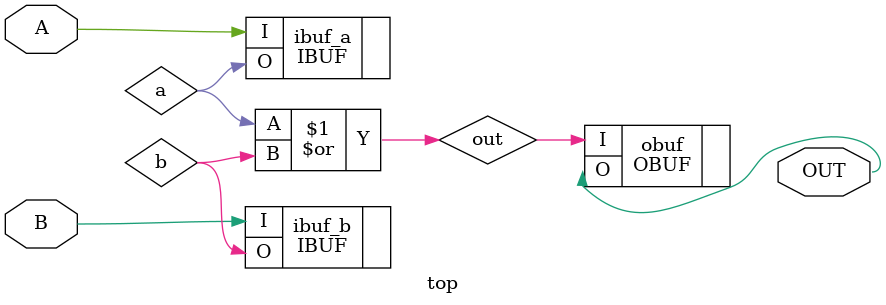
<source format=v>
module top(input A, input B, output OUT);
   wire a, b;

   (* LOC = "FB1_1" *) IBUF ibuf_a(.I(A), .O(a));
   (* LOC = "FB1_2" *) IBUF ibuf_b(.I(B), .O(b));

   wire out = a | b;

   (* LOC = "FB1_3" *) OBUF obuf(.I(out), .O(OUT));
endmodule // top

</source>
